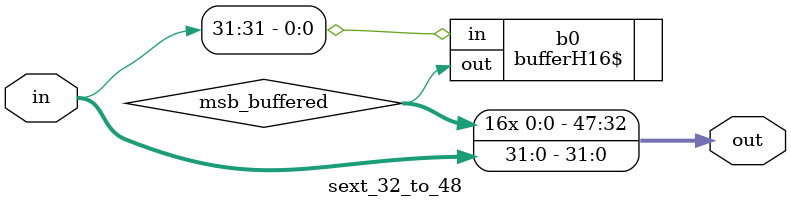
<source format=v>
module sext_8_to_32 (
    input wire [7:0] in,
    output wire [31:0] out
);
wire msb_buffered;
bufferH16$ b0(.out(msb_buffered), .in(in[7]));
genvar i;
generate
    for (i = 31; i > 7; i = i - 1) begin : sext_slices
        assign out[i] = msb_buffered;
    end
    assign out[7:0] = in;
endgenerate

endmodule

module sext_8_to_48 (
    input wire [7:0] in,
    output wire [47:0] out
);
wire msb_buffered;
bufferH16$ b0(.out(msb_buffered), .in(in[7]));
genvar i;
generate
    for (i = 47; i > 7; i = i - 1) begin : sext_slices
        assign out[i] = msb_buffered;
    end
    assign out[7:0] = in;
endgenerate


endmodule

module sext_16_to_32 (
    input wire [15:0] in,
    output wire [31:0] out
);
wire msb_buffered;
bufferH16$ b0(.out(msb_buffered), .in(in[15]));
genvar i;
generate
    for (i = 31; i > 15; i = i - 1) begin : sext_slices
        assign out[i] = msb_buffered;
    end
    assign out[15:0] = in;
endgenerate

endmodule

module sext_16_to_48 (
    input wire [15:0] in,
    output wire [47:0] out
);
wire msb_buffered;
bufferH16$ b0(.out(msb_buffered), .in(in[15]));
genvar i;
generate
    for (i = 47; i > 15; i = i - 1) begin : sext_slices
        assign out[i] = msb_buffered;
    end
    assign out[15:0] = in;
endgenerate

endmodule

module sext_32_to_48 (
    input wire [31:0] in,
    output wire [47:0] out
);
wire msb_buffered;
bufferH16$ b0(.out(msb_buffered), .in(in[31]));
genvar i;
generate
    for (i = 47; i > 31; i = i - 1) begin : sext_slices
        assign out[i] = msb_buffered;
    end
    assign out[31:0] = in;
endgenerate

endmodule

</source>
